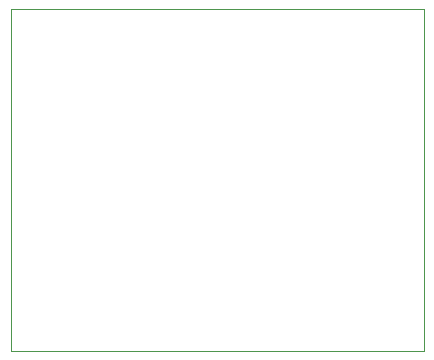
<source format=gbr>
%TF.GenerationSoftware,KiCad,Pcbnew,(5.1.12)-1*%
%TF.CreationDate,2023-08-26T19:42:54+05:30*%
%TF.ProjectId,SINGLE CHANNEL RELAY MODULE,53494e47-4c45-4204-9348-414e4e454c20,rev?*%
%TF.SameCoordinates,Original*%
%TF.FileFunction,Profile,NP*%
%FSLAX46Y46*%
G04 Gerber Fmt 4.6, Leading zero omitted, Abs format (unit mm)*
G04 Created by KiCad (PCBNEW (5.1.12)-1) date 2023-08-26 19:42:54*
%MOMM*%
%LPD*%
G01*
G04 APERTURE LIST*
%TA.AperFunction,Profile*%
%ADD10C,0.050000*%
%TD*%
G04 APERTURE END LIST*
D10*
X173000000Y-73000000D02*
X168000000Y-73000000D01*
X173000000Y-102000000D02*
X173000000Y-73000000D01*
X138000000Y-102000000D02*
X173000000Y-102000000D01*
X138000000Y-99000000D02*
X138000000Y-102000000D01*
X138000000Y-73000000D02*
X139000000Y-73000000D01*
X138000000Y-99000000D02*
X138000000Y-73000000D01*
X139000000Y-73000000D02*
X168000000Y-73000000D01*
M02*

</source>
